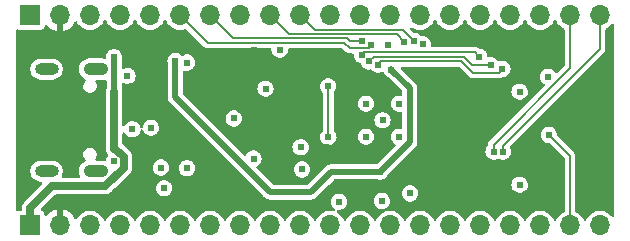
<source format=gbr>
%TF.GenerationSoftware,KiCad,Pcbnew,8.0.4-8.0.4-0~ubuntu24.04.1*%
%TF.CreationDate,2024-07-31T18:59:25-04:00*%
%TF.ProjectId,iceblink,69636562-6c69-46e6-9b2e-6b696361645f,rev?*%
%TF.SameCoordinates,Original*%
%TF.FileFunction,Copper,L3,Inr*%
%TF.FilePolarity,Positive*%
%FSLAX46Y46*%
G04 Gerber Fmt 4.6, Leading zero omitted, Abs format (unit mm)*
G04 Created by KiCad (PCBNEW 8.0.4-8.0.4-0~ubuntu24.04.1) date 2024-07-31 18:59:25*
%MOMM*%
%LPD*%
G01*
G04 APERTURE LIST*
%TA.AperFunction,ComponentPad*%
%ADD10O,2.100000X1.050000*%
%TD*%
%TA.AperFunction,ComponentPad*%
%ADD11O,2.000000X1.000000*%
%TD*%
%TA.AperFunction,ComponentPad*%
%ADD12R,1.700000X1.700000*%
%TD*%
%TA.AperFunction,ComponentPad*%
%ADD13O,1.700000X1.700000*%
%TD*%
%TA.AperFunction,ViaPad*%
%ADD14C,0.609600*%
%TD*%
%TA.AperFunction,Conductor*%
%ADD15C,0.635000*%
%TD*%
%TA.AperFunction,Conductor*%
%ADD16C,0.508000*%
%TD*%
%TA.AperFunction,Conductor*%
%ADD17C,0.152400*%
%TD*%
G04 APERTURE END LIST*
D10*
%TO.N,GND*%
%TO.C,J1*%
X133847000Y-107440000D03*
D11*
X129667000Y-107440000D03*
X129667000Y-116080000D03*
D10*
X133847000Y-116080000D03*
%TD*%
D12*
%TO.N,+5V*%
%TO.C,J2*%
X128270000Y-120650000D03*
D13*
%TO.N,+3V3*%
X130810000Y-120650000D03*
%TO.N,GND*%
X133350000Y-120650000D03*
%TO.N,/IOB_31b*%
X135890000Y-120650000D03*
%TO.N,/IOB_29b*%
X138430000Y-120650000D03*
%TO.N,/IOT_37a*%
X140970000Y-120650000D03*
%TO.N,/IOT_36b*%
X143510000Y-120650000D03*
%TO.N,GND*%
X146050000Y-120650000D03*
%TO.N,/IOT_39a*%
X148590000Y-120650000D03*
%TO.N,/IOT_38b*%
X151130000Y-120650000D03*
%TO.N,/IOT_41a*%
X153670000Y-120650000D03*
%TO.N,/IOT_42b*%
X156210000Y-120650000D03*
%TO.N,GND*%
X158750000Y-120650000D03*
%TO.N,/IOT_43a*%
X161290000Y-120650000D03*
%TO.N,/IOT_44b*%
X163830000Y-120650000D03*
%TO.N,/IOT_46b_G0*%
X166370000Y-120650000D03*
%TO.N,/RGB0*%
X168910000Y-120650000D03*
%TO.N,GND*%
X171450000Y-120650000D03*
%TO.N,/RGB1*%
X173990000Y-120650000D03*
%TO.N,/RGB2*%
X176530000Y-120650000D03*
%TD*%
D12*
%TO.N,+5V*%
%TO.C,J3*%
X128270000Y-102870000D03*
D13*
%TO.N,+3V3*%
X130810000Y-102870000D03*
%TO.N,GND*%
X133350000Y-102870000D03*
%TO.N,/IOB_20a*%
X135890000Y-102870000D03*
%TO.N,/IOB_18a*%
X138430000Y-102870000D03*
%TO.N,/IOB_13b*%
X140970000Y-102870000D03*
%TO.N,/IOB_8a*%
X143510000Y-102870000D03*
%TO.N,GND*%
X146050000Y-102870000D03*
%TO.N,/IOB_9b*%
X148590000Y-102870000D03*
%TO.N,/IOB_6a*%
X151130000Y-102870000D03*
%TO.N,/IOB_4a*%
X153670000Y-102870000D03*
%TO.N,/IOB_2a*%
X156210000Y-102870000D03*
%TO.N,GND*%
X158750000Y-102870000D03*
%TO.N,/IOB_0a*%
X161290000Y-102870000D03*
%TO.N,/IOB_5a*%
X163830000Y-102870000D03*
%TO.N,/IOB_3b_G6*%
X166370000Y-102870000D03*
%TO.N,/IOT_49a*%
X168910000Y-102870000D03*
%TO.N,GND*%
X171450000Y-102870000D03*
%TO.N,/IOT_45a_G1*%
X173990000Y-102870000D03*
%TO.N,/IOT_48b*%
X176530000Y-102870000D03*
%TD*%
D14*
%TO.N,+5V*%
X135382000Y-109347000D03*
X135382000Y-106426000D03*
X135382000Y-114160000D03*
%TO.N,GND*%
X172135800Y-108077000D03*
X169721000Y-109347000D03*
X136519500Y-108000800D03*
X158064200Y-118592600D03*
X154432000Y-118668800D03*
X148209000Y-109093000D03*
X138506200Y-112395000D03*
X151307800Y-115925600D03*
X151180800Y-114046000D03*
X139344400Y-115773200D03*
X147193000Y-115011200D03*
X160451800Y-117957600D03*
X149402800Y-105791000D03*
X158569476Y-105434900D03*
X136931400Y-112522000D03*
X169721000Y-117222800D03*
X141554200Y-115824000D03*
X139623800Y-117525800D03*
X158115000Y-111760000D03*
X145516600Y-111607600D03*
X159512000Y-110363000D03*
X159512000Y-113157000D03*
X135375500Y-115195500D03*
X141554200Y-106883200D03*
X156718000Y-110363000D03*
X156718000Y-113157000D03*
X161544000Y-105333800D03*
%TO.N,+1V2*%
X158873456Y-107482519D03*
X157900045Y-116133379D03*
X140583500Y-106750700D03*
%TO.N,+3V3*%
X150975000Y-106476800D03*
X161544000Y-107543600D03*
X147853400Y-113371000D03*
X151257000Y-116916200D03*
X171170600Y-117246400D03*
X159791400Y-116484400D03*
X153289000Y-114046000D03*
X141528800Y-114813000D03*
X165100000Y-109220000D03*
X151563458Y-110367745D03*
X144272000Y-111353600D03*
X164414200Y-116459000D03*
X147193000Y-105791000D03*
X174498000Y-109194600D03*
%TO.N,Net-(D5-A)*%
X157716576Y-107048866D03*
X168262300Y-107429300D03*
%TO.N,/RGB1*%
X172212000Y-113004600D03*
%TO.N,/IOT_48b*%
X168325803Y-114427000D03*
%TO.N,/IOT_45a_G1*%
X167513000Y-114427000D03*
%TO.N,/IOB_6a*%
X160781539Y-105053640D03*
%TO.N,/IOB_8a*%
X156405570Y-105053900D03*
%TO.N,/IOB_9b*%
X159971524Y-105114570D03*
%TO.N,/IOB_13b*%
X157176867Y-105409500D03*
%TO.N,Net-(U4-~{CRESET})*%
X167309800Y-107111800D03*
X156949014Y-106783001D03*
%TO.N,Net-(U4-IOB_16a)*%
X156361900Y-106222300D03*
X166319200Y-106400600D03*
%TO.N,Net-(U4-IOB_23b)*%
X153517600Y-108889800D03*
X153528594Y-113184084D03*
%TD*%
D15*
%TO.N,+5V*%
X136201000Y-114853566D02*
X136201000Y-115767000D01*
X135382000Y-114160000D02*
X135382000Y-109347000D01*
X135507434Y-114160000D02*
X136201000Y-114853566D01*
X136201000Y-115767000D02*
X134645400Y-117322600D01*
X135382000Y-114160000D02*
X135507434Y-114160000D01*
X130124200Y-117322600D02*
X128270000Y-119176800D01*
X128270000Y-119176800D02*
X128270000Y-120650000D01*
D16*
X135382000Y-109347000D02*
X135382000Y-106426000D01*
D15*
X134645400Y-117322600D02*
X130124200Y-117322600D01*
D16*
%TO.N,+1V2*%
X160401000Y-113639600D02*
X157907221Y-116133379D01*
X158873456Y-107482519D02*
X160401000Y-109010063D01*
X153741621Y-116133379D02*
X152019000Y-117856000D01*
X140583500Y-109824100D02*
X140583500Y-106750700D01*
X148615400Y-117856000D02*
X140583500Y-109824100D01*
X160401000Y-109010063D02*
X160401000Y-113639600D01*
X152019000Y-117856000D02*
X148615400Y-117856000D01*
X158873456Y-107482519D02*
X158851600Y-107460663D01*
X157907221Y-116133379D02*
X157900045Y-116133379D01*
X157900045Y-116133379D02*
X153741621Y-116133379D01*
D17*
%TO.N,Net-(D5-A)*%
X158009242Y-106756200D02*
X157716576Y-107048866D01*
X168262300Y-107438384D02*
X167953884Y-107746800D01*
X167953884Y-107746800D02*
X165785800Y-107746800D01*
X168262300Y-107429300D02*
X168262300Y-107438384D01*
X164795200Y-106756200D02*
X158009242Y-106756200D01*
X165785800Y-107746800D02*
X164795200Y-106756200D01*
%TO.N,/RGB1*%
X172212000Y-113004600D02*
X173990000Y-114782600D01*
X173990000Y-114782600D02*
X173990000Y-120650000D01*
%TO.N,/IOT_48b*%
X176530000Y-105740200D02*
X176530000Y-102870000D01*
X168325803Y-113944397D02*
X176530000Y-105740200D01*
X168325803Y-114427000D02*
X168325803Y-113944397D01*
%TO.N,/IOT_45a_G1*%
X173990000Y-107365800D02*
X173990000Y-102870000D01*
X167513000Y-113842800D02*
X173990000Y-107365800D01*
X167513000Y-114427000D02*
X167513000Y-113842800D01*
%TO.N,/IOB_6a*%
X159842499Y-104114600D02*
X152374600Y-104114600D01*
X152374600Y-104114600D02*
X151130000Y-102870000D01*
X160781539Y-105053640D02*
X159842499Y-104114600D01*
%TO.N,/IOB_8a*%
X155118800Y-104825800D02*
X145465800Y-104825800D01*
X156405570Y-105053900D02*
X155346900Y-105053900D01*
X155346900Y-105053900D02*
X155118800Y-104825800D01*
X145465800Y-104825800D02*
X143510000Y-102870000D01*
%TO.N,/IOB_9b*%
X159327154Y-104470200D02*
X150190200Y-104470200D01*
X150190200Y-104470200D02*
X148590000Y-102870000D01*
X159971524Y-105114570D02*
X159327154Y-104470200D01*
%TO.N,/IOB_13b*%
X154889200Y-105206800D02*
X143306800Y-105206800D01*
X143306800Y-105206800D02*
X140970000Y-102870000D01*
X155321000Y-105638600D02*
X154889200Y-105206800D01*
X156947767Y-105638600D02*
X155321000Y-105638600D01*
X157176867Y-105409500D02*
X156947767Y-105638600D01*
%TO.N,Net-(U4-~{CRESET})*%
X164985016Y-106375200D02*
X157356815Y-106375200D01*
X167309800Y-107111800D02*
X165721616Y-107111800D01*
X165721616Y-107111800D02*
X164985016Y-106375200D01*
X157356815Y-106375200D02*
X156949014Y-106783001D01*
%TO.N,Net-(U4-IOB_16a)*%
X156564600Y-106019600D02*
X156361900Y-106222300D01*
X165938200Y-106019600D02*
X156564600Y-106019600D01*
X166319200Y-106400600D02*
X165938200Y-106019600D01*
%TO.N,Net-(U4-IOB_23b)*%
X153517600Y-113173090D02*
X153528594Y-113184084D01*
X153517600Y-108889800D02*
X153517600Y-113173090D01*
%TD*%
%TA.AperFunction,Conductor*%
%TO.N,+3V3*%
G36*
X172788960Y-103253141D02*
G01*
X172834194Y-103305343D01*
X172864344Y-103370000D01*
X172919416Y-103488102D01*
X173043006Y-103664608D01*
X173043013Y-103664617D01*
X173195383Y-103816987D01*
X173371898Y-103940584D01*
X173459550Y-103981457D01*
X173512835Y-104028373D01*
X173532300Y-104095651D01*
X173532300Y-107124022D01*
X173512298Y-107192143D01*
X173495395Y-107213118D01*
X172938510Y-107770002D01*
X172876198Y-107804027D01*
X172805382Y-107798962D01*
X172748547Y-107756415D01*
X172745719Y-107752482D01*
X172653276Y-107618556D01*
X172653274Y-107618554D01*
X172528526Y-107508038D01*
X172380953Y-107430585D01*
X172380951Y-107430584D01*
X172219133Y-107390700D01*
X172219132Y-107390700D01*
X172052468Y-107390700D01*
X172052466Y-107390700D01*
X171890648Y-107430584D01*
X171890646Y-107430585D01*
X171743073Y-107508038D01*
X171618325Y-107618554D01*
X171618323Y-107618557D01*
X171523649Y-107755714D01*
X171464546Y-107911553D01*
X171444459Y-108076996D01*
X171444459Y-108077003D01*
X171464546Y-108242446D01*
X171523649Y-108398285D01*
X171570739Y-108466505D01*
X171618324Y-108535444D01*
X171743074Y-108645962D01*
X171771155Y-108660700D01*
X171800965Y-108676346D01*
X171851987Y-108725715D01*
X171868219Y-108794831D01*
X171844507Y-108861751D01*
X171831504Y-108877008D01*
X167146754Y-113561758D01*
X167146746Y-113561768D01*
X167086493Y-113666129D01*
X167076830Y-113702193D01*
X167063205Y-113753045D01*
X167055831Y-113780564D01*
X167055826Y-113780582D01*
X167055300Y-113782543D01*
X167055300Y-113858891D01*
X167035298Y-113927012D01*
X167012855Y-113953202D01*
X166995523Y-113968557D01*
X166900849Y-114105714D01*
X166841746Y-114261553D01*
X166821659Y-114426996D01*
X166821659Y-114427003D01*
X166841746Y-114592446D01*
X166900849Y-114748285D01*
X166968126Y-114845751D01*
X166995524Y-114885444D01*
X167120274Y-114995962D01*
X167267847Y-115073415D01*
X167429668Y-115113300D01*
X167429671Y-115113300D01*
X167596329Y-115113300D01*
X167596332Y-115113300D01*
X167758153Y-115073415D01*
X167860846Y-115019516D01*
X167930458Y-115005570D01*
X167977956Y-115019517D01*
X167998031Y-115030053D01*
X168080650Y-115073415D01*
X168242471Y-115113300D01*
X168242474Y-115113300D01*
X168409132Y-115113300D01*
X168409135Y-115113300D01*
X168570956Y-115073415D01*
X168718529Y-114995962D01*
X168843279Y-114885444D01*
X168937955Y-114748282D01*
X168997055Y-114592449D01*
X168997055Y-114592448D01*
X168997056Y-114592446D01*
X169017144Y-114427003D01*
X169017144Y-114426996D01*
X168997056Y-114261553D01*
X168937955Y-114105719D01*
X168937955Y-114105718D01*
X168937952Y-114105714D01*
X168937609Y-114105060D01*
X168937501Y-114104523D01*
X168935252Y-114098592D01*
X168936238Y-114098218D01*
X168923660Y-114035447D01*
X168949560Y-113969344D01*
X168960071Y-113957413D01*
X176896251Y-106021234D01*
X176956508Y-105916865D01*
X176987700Y-105800457D01*
X176987700Y-105679942D01*
X176987700Y-104095651D01*
X177007702Y-104027530D01*
X177060449Y-103981457D01*
X177148102Y-103940584D01*
X177324617Y-103816987D01*
X177476987Y-103664617D01*
X177482023Y-103657424D01*
X177495287Y-103638483D01*
X177550744Y-103594154D01*
X177621363Y-103586845D01*
X177684724Y-103618875D01*
X177720709Y-103680077D01*
X177724500Y-103710753D01*
X177724500Y-119809246D01*
X177704498Y-119877367D01*
X177650842Y-119923860D01*
X177580568Y-119933964D01*
X177515988Y-119904470D01*
X177495288Y-119881518D01*
X177476992Y-119855389D01*
X177476984Y-119855380D01*
X177324619Y-119703015D01*
X177324613Y-119703010D01*
X177148102Y-119579416D01*
X176997593Y-119509232D01*
X176952807Y-119488348D01*
X176952805Y-119488347D01*
X176952804Y-119488347D01*
X176744668Y-119432577D01*
X176530000Y-119413796D01*
X176315331Y-119432577D01*
X176107195Y-119488347D01*
X176107190Y-119488349D01*
X175911897Y-119579416D01*
X175735386Y-119703010D01*
X175735380Y-119703015D01*
X175583015Y-119855380D01*
X175583010Y-119855386D01*
X175459416Y-120031897D01*
X175374195Y-120214654D01*
X175327277Y-120267939D01*
X175259000Y-120287400D01*
X175191040Y-120266858D01*
X175145805Y-120214654D01*
X175074408Y-120061544D01*
X175060584Y-120031898D01*
X174936987Y-119855383D01*
X174784617Y-119703013D01*
X174784613Y-119703010D01*
X174784608Y-119703006D01*
X174608102Y-119579416D01*
X174608094Y-119579412D01*
X174520449Y-119538541D01*
X174467164Y-119491624D01*
X174447700Y-119424347D01*
X174447700Y-114722343D01*
X174447699Y-114722339D01*
X174416508Y-114605935D01*
X174416507Y-114605932D01*
X174356253Y-114501569D01*
X174356249Y-114501564D01*
X174345785Y-114491100D01*
X174271034Y-114416349D01*
X172940175Y-113085490D01*
X172906149Y-113023178D01*
X172904189Y-113011582D01*
X172883253Y-112839153D01*
X172840203Y-112725641D01*
X172824152Y-112683318D01*
X172824150Y-112683316D01*
X172824150Y-112683314D01*
X172758385Y-112588038D01*
X172729476Y-112546156D01*
X172702209Y-112522000D01*
X172604726Y-112435638D01*
X172457153Y-112358185D01*
X172457151Y-112358184D01*
X172295333Y-112318300D01*
X172295332Y-112318300D01*
X172128668Y-112318300D01*
X172128666Y-112318300D01*
X171966848Y-112358184D01*
X171966846Y-112358185D01*
X171819273Y-112435638D01*
X171694525Y-112546154D01*
X171694523Y-112546157D01*
X171599849Y-112683314D01*
X171540746Y-112839153D01*
X171520659Y-113004596D01*
X171520659Y-113004603D01*
X171540746Y-113170046D01*
X171599849Y-113325885D01*
X171650721Y-113399585D01*
X171694524Y-113463044D01*
X171819274Y-113573562D01*
X171966847Y-113651015D01*
X172128668Y-113690900D01*
X172198824Y-113690900D01*
X172266945Y-113710902D01*
X172287919Y-113727805D01*
X173495395Y-114935280D01*
X173529420Y-114997592D01*
X173532300Y-115024375D01*
X173532300Y-119424347D01*
X173512298Y-119492468D01*
X173459551Y-119538541D01*
X173371905Y-119579412D01*
X173371897Y-119579416D01*
X173195391Y-119703006D01*
X173195380Y-119703015D01*
X173043015Y-119855380D01*
X173043010Y-119855386D01*
X172919416Y-120031897D01*
X172834195Y-120214654D01*
X172787277Y-120267939D01*
X172719000Y-120287400D01*
X172651040Y-120266858D01*
X172605805Y-120214654D01*
X172534408Y-120061544D01*
X172520584Y-120031898D01*
X172396987Y-119855383D01*
X172244617Y-119703013D01*
X172068102Y-119579416D01*
X171872807Y-119488348D01*
X171872805Y-119488347D01*
X171872804Y-119488347D01*
X171664668Y-119432577D01*
X171450000Y-119413796D01*
X171235331Y-119432577D01*
X171027195Y-119488347D01*
X171027190Y-119488349D01*
X170831897Y-119579416D01*
X170655386Y-119703010D01*
X170655380Y-119703015D01*
X170503015Y-119855380D01*
X170503010Y-119855386D01*
X170379416Y-120031897D01*
X170294195Y-120214654D01*
X170247277Y-120267939D01*
X170179000Y-120287400D01*
X170111040Y-120266858D01*
X170065805Y-120214654D01*
X169994408Y-120061544D01*
X169980584Y-120031898D01*
X169856987Y-119855383D01*
X169704617Y-119703013D01*
X169528102Y-119579416D01*
X169332807Y-119488348D01*
X169332805Y-119488347D01*
X169332804Y-119488347D01*
X169124668Y-119432577D01*
X168910000Y-119413796D01*
X168695331Y-119432577D01*
X168487195Y-119488347D01*
X168487190Y-119488349D01*
X168291897Y-119579416D01*
X168115386Y-119703010D01*
X168115380Y-119703015D01*
X167963015Y-119855380D01*
X167963010Y-119855386D01*
X167839416Y-120031897D01*
X167754195Y-120214654D01*
X167707277Y-120267939D01*
X167639000Y-120287400D01*
X167571040Y-120266858D01*
X167525805Y-120214654D01*
X167454408Y-120061544D01*
X167440584Y-120031898D01*
X167316987Y-119855383D01*
X167164617Y-119703013D01*
X166988102Y-119579416D01*
X166792807Y-119488348D01*
X166792805Y-119488347D01*
X166792804Y-119488347D01*
X166584668Y-119432577D01*
X166370000Y-119413796D01*
X166155331Y-119432577D01*
X165947195Y-119488347D01*
X165947190Y-119488349D01*
X165751897Y-119579416D01*
X165575386Y-119703010D01*
X165575380Y-119703015D01*
X165423015Y-119855380D01*
X165423010Y-119855386D01*
X165299416Y-120031897D01*
X165214195Y-120214654D01*
X165167277Y-120267939D01*
X165099000Y-120287400D01*
X165031040Y-120266858D01*
X164985805Y-120214654D01*
X164914408Y-120061544D01*
X164900584Y-120031898D01*
X164776987Y-119855383D01*
X164624617Y-119703013D01*
X164448102Y-119579416D01*
X164252807Y-119488348D01*
X164252805Y-119488347D01*
X164252804Y-119488347D01*
X164044668Y-119432577D01*
X163830000Y-119413796D01*
X163615331Y-119432577D01*
X163407195Y-119488347D01*
X163407190Y-119488349D01*
X163211897Y-119579416D01*
X163035386Y-119703010D01*
X163035380Y-119703015D01*
X162883015Y-119855380D01*
X162883010Y-119855386D01*
X162759416Y-120031897D01*
X162674195Y-120214654D01*
X162627277Y-120267939D01*
X162559000Y-120287400D01*
X162491040Y-120266858D01*
X162445805Y-120214654D01*
X162374408Y-120061544D01*
X162360584Y-120031898D01*
X162236987Y-119855383D01*
X162084617Y-119703013D01*
X161908102Y-119579416D01*
X161712807Y-119488348D01*
X161712805Y-119488347D01*
X161712804Y-119488347D01*
X161504668Y-119432577D01*
X161290000Y-119413796D01*
X161075331Y-119432577D01*
X160867195Y-119488347D01*
X160867190Y-119488349D01*
X160671897Y-119579416D01*
X160495386Y-119703010D01*
X160495380Y-119703015D01*
X160343015Y-119855380D01*
X160343010Y-119855386D01*
X160219416Y-120031897D01*
X160134195Y-120214654D01*
X160087277Y-120267939D01*
X160019000Y-120287400D01*
X159951040Y-120266858D01*
X159905805Y-120214654D01*
X159834408Y-120061544D01*
X159820584Y-120031898D01*
X159696987Y-119855383D01*
X159544617Y-119703013D01*
X159368102Y-119579416D01*
X159172807Y-119488348D01*
X159172805Y-119488347D01*
X159172804Y-119488347D01*
X158964668Y-119432577D01*
X158750000Y-119413796D01*
X158535331Y-119432577D01*
X158414488Y-119464957D01*
X158347428Y-119463360D01*
X158322055Y-119490168D01*
X158311906Y-119495475D01*
X158131899Y-119579414D01*
X157955386Y-119703010D01*
X157955380Y-119703015D01*
X157803015Y-119855380D01*
X157803010Y-119855386D01*
X157679416Y-120031897D01*
X157594195Y-120214654D01*
X157547277Y-120267939D01*
X157479000Y-120287400D01*
X157411040Y-120266858D01*
X157365805Y-120214654D01*
X157294408Y-120061544D01*
X157280584Y-120031898D01*
X157156987Y-119855383D01*
X157004617Y-119703013D01*
X156828102Y-119579416D01*
X156632807Y-119488348D01*
X156632805Y-119488347D01*
X156632804Y-119488347D01*
X156424668Y-119432577D01*
X156210000Y-119413796D01*
X155995331Y-119432577D01*
X155787195Y-119488347D01*
X155787190Y-119488349D01*
X155591897Y-119579416D01*
X155415386Y-119703010D01*
X155415380Y-119703015D01*
X155263015Y-119855380D01*
X155263010Y-119855386D01*
X155139416Y-120031897D01*
X155054195Y-120214654D01*
X155007277Y-120267939D01*
X154939000Y-120287400D01*
X154871040Y-120266858D01*
X154825805Y-120214654D01*
X154754408Y-120061544D01*
X154740584Y-120031898D01*
X154616987Y-119855383D01*
X154464617Y-119703013D01*
X154295096Y-119584313D01*
X154250768Y-119528856D01*
X154243459Y-119458237D01*
X154275490Y-119394876D01*
X154336691Y-119358891D01*
X154367367Y-119355100D01*
X154515329Y-119355100D01*
X154515332Y-119355100D01*
X154677153Y-119315215D01*
X154824726Y-119237762D01*
X154949476Y-119127244D01*
X155044152Y-118990082D01*
X155103252Y-118834249D01*
X155103252Y-118834248D01*
X155103253Y-118834246D01*
X155123341Y-118668803D01*
X155123341Y-118668796D01*
X155114089Y-118592596D01*
X157372859Y-118592596D01*
X157372859Y-118592603D01*
X157392946Y-118758046D01*
X157452049Y-118913885D01*
X157492791Y-118972909D01*
X157546724Y-119051044D01*
X157671474Y-119161562D01*
X157819047Y-119239015D01*
X157980868Y-119278900D01*
X157980871Y-119278900D01*
X158147529Y-119278900D01*
X158147532Y-119278900D01*
X158228501Y-119258943D01*
X158292573Y-119261758D01*
X158316299Y-119235661D01*
X158323311Y-119231688D01*
X158456926Y-119161562D01*
X158581676Y-119051044D01*
X158676352Y-118913882D01*
X158735452Y-118758049D01*
X158735452Y-118758048D01*
X158735453Y-118758046D01*
X158755541Y-118592603D01*
X158755541Y-118592596D01*
X158735453Y-118427153D01*
X158705249Y-118347514D01*
X158676352Y-118271318D01*
X158676350Y-118271316D01*
X158676350Y-118271314D01*
X158607946Y-118172215D01*
X158581676Y-118134156D01*
X158569135Y-118123046D01*
X158456926Y-118023638D01*
X158331095Y-117957596D01*
X159760459Y-117957596D01*
X159760459Y-117957603D01*
X159780546Y-118123046D01*
X159839649Y-118278885D01*
X159934323Y-118416042D01*
X159934325Y-118416045D01*
X159991927Y-118467075D01*
X160059074Y-118526562D01*
X160206647Y-118604015D01*
X160368468Y-118643900D01*
X160368471Y-118643900D01*
X160535129Y-118643900D01*
X160535132Y-118643900D01*
X160696953Y-118604015D01*
X160844526Y-118526562D01*
X160969276Y-118416044D01*
X161063952Y-118278882D01*
X161123052Y-118123049D01*
X161123052Y-118123048D01*
X161123053Y-118123046D01*
X161143141Y-117957603D01*
X161143141Y-117957596D01*
X161123053Y-117792153D01*
X161091385Y-117708653D01*
X161063952Y-117636318D01*
X161063950Y-117636316D01*
X161063950Y-117636314D01*
X160987664Y-117525796D01*
X160969276Y-117499156D01*
X160844526Y-117388638D01*
X160696953Y-117311185D01*
X160696951Y-117311184D01*
X160535133Y-117271300D01*
X160535132Y-117271300D01*
X160368468Y-117271300D01*
X160368466Y-117271300D01*
X160206648Y-117311184D01*
X160206646Y-117311185D01*
X160059073Y-117388638D01*
X159934325Y-117499154D01*
X159934323Y-117499157D01*
X159839649Y-117636314D01*
X159780546Y-117792153D01*
X159760459Y-117957596D01*
X158331095Y-117957596D01*
X158309353Y-117946185D01*
X158309351Y-117946184D01*
X158147533Y-117906300D01*
X158147532Y-117906300D01*
X157980868Y-117906300D01*
X157980866Y-117906300D01*
X157819048Y-117946184D01*
X157819046Y-117946185D01*
X157671473Y-118023638D01*
X157546725Y-118134154D01*
X157546723Y-118134157D01*
X157452049Y-118271314D01*
X157392946Y-118427153D01*
X157372859Y-118592596D01*
X155114089Y-118592596D01*
X155103253Y-118503353D01*
X155070141Y-118416045D01*
X155044152Y-118347518D01*
X155044150Y-118347516D01*
X155044150Y-118347514D01*
X154991552Y-118271314D01*
X154949476Y-118210356D01*
X154906423Y-118172215D01*
X154824726Y-118099838D01*
X154677153Y-118022385D01*
X154677151Y-118022384D01*
X154515333Y-117982500D01*
X154515332Y-117982500D01*
X154348668Y-117982500D01*
X154348666Y-117982500D01*
X154186848Y-118022384D01*
X154186846Y-118022385D01*
X154039273Y-118099838D01*
X153914525Y-118210354D01*
X153914523Y-118210357D01*
X153819849Y-118347514D01*
X153760746Y-118503353D01*
X153740659Y-118668796D01*
X153740659Y-118668803D01*
X153760746Y-118834246D01*
X153819849Y-118990085D01*
X153914523Y-119127242D01*
X153914525Y-119127245D01*
X154021629Y-119222130D01*
X154059355Y-119282274D01*
X154058575Y-119353267D01*
X154019538Y-119412568D01*
X153954637Y-119441350D01*
X153905466Y-119438150D01*
X153884670Y-119432578D01*
X153884668Y-119432577D01*
X153884665Y-119432577D01*
X153670000Y-119413796D01*
X153455331Y-119432577D01*
X153247195Y-119488347D01*
X153247190Y-119488349D01*
X153051897Y-119579416D01*
X152875386Y-119703010D01*
X152875380Y-119703015D01*
X152723015Y-119855380D01*
X152723010Y-119855386D01*
X152599416Y-120031897D01*
X152514195Y-120214654D01*
X152467277Y-120267939D01*
X152399000Y-120287400D01*
X152331040Y-120266858D01*
X152285805Y-120214654D01*
X152214408Y-120061544D01*
X152200584Y-120031898D01*
X152076987Y-119855383D01*
X151924617Y-119703013D01*
X151748102Y-119579416D01*
X151552807Y-119488348D01*
X151552805Y-119488347D01*
X151552804Y-119488347D01*
X151344668Y-119432577D01*
X151130000Y-119413796D01*
X150915331Y-119432577D01*
X150707195Y-119488347D01*
X150707190Y-119488349D01*
X150511897Y-119579416D01*
X150335386Y-119703010D01*
X150335380Y-119703015D01*
X150183015Y-119855380D01*
X150183010Y-119855386D01*
X150059416Y-120031897D01*
X149974195Y-120214654D01*
X149927277Y-120267939D01*
X149859000Y-120287400D01*
X149791040Y-120266858D01*
X149745805Y-120214654D01*
X149674408Y-120061544D01*
X149660584Y-120031898D01*
X149536987Y-119855383D01*
X149384617Y-119703013D01*
X149208102Y-119579416D01*
X149012807Y-119488348D01*
X149012805Y-119488347D01*
X149012804Y-119488347D01*
X148804668Y-119432577D01*
X148590000Y-119413796D01*
X148375331Y-119432577D01*
X148167195Y-119488347D01*
X148167190Y-119488349D01*
X147971897Y-119579416D01*
X147795386Y-119703010D01*
X147795380Y-119703015D01*
X147643015Y-119855380D01*
X147643010Y-119855386D01*
X147519416Y-120031897D01*
X147434195Y-120214654D01*
X147387277Y-120267939D01*
X147319000Y-120287400D01*
X147251040Y-120266858D01*
X147205805Y-120214654D01*
X147134408Y-120061544D01*
X147120584Y-120031898D01*
X146996987Y-119855383D01*
X146844617Y-119703013D01*
X146668102Y-119579416D01*
X146472807Y-119488348D01*
X146472805Y-119488347D01*
X146472804Y-119488347D01*
X146264668Y-119432577D01*
X146050000Y-119413796D01*
X145835331Y-119432577D01*
X145627195Y-119488347D01*
X145627190Y-119488349D01*
X145431897Y-119579416D01*
X145255386Y-119703010D01*
X145255380Y-119703015D01*
X145103015Y-119855380D01*
X145103010Y-119855386D01*
X144979416Y-120031897D01*
X144894195Y-120214654D01*
X144847277Y-120267939D01*
X144779000Y-120287400D01*
X144711040Y-120266858D01*
X144665805Y-120214654D01*
X144594408Y-120061544D01*
X144580584Y-120031898D01*
X144456987Y-119855383D01*
X144304617Y-119703013D01*
X144128102Y-119579416D01*
X143932807Y-119488348D01*
X143932805Y-119488347D01*
X143932804Y-119488347D01*
X143724668Y-119432577D01*
X143510000Y-119413796D01*
X143295331Y-119432577D01*
X143087195Y-119488347D01*
X143087190Y-119488349D01*
X142891897Y-119579416D01*
X142715386Y-119703010D01*
X142715380Y-119703015D01*
X142563015Y-119855380D01*
X142563010Y-119855386D01*
X142439416Y-120031897D01*
X142354195Y-120214654D01*
X142307277Y-120267939D01*
X142239000Y-120287400D01*
X142171040Y-120266858D01*
X142125805Y-120214654D01*
X142054408Y-120061544D01*
X142040584Y-120031898D01*
X141916987Y-119855383D01*
X141764617Y-119703013D01*
X141588102Y-119579416D01*
X141392807Y-119488348D01*
X141392805Y-119488347D01*
X141392804Y-119488347D01*
X141184668Y-119432577D01*
X140970000Y-119413796D01*
X140755331Y-119432577D01*
X140547195Y-119488347D01*
X140547190Y-119488349D01*
X140351897Y-119579416D01*
X140175386Y-119703010D01*
X140175380Y-119703015D01*
X140023015Y-119855380D01*
X140023010Y-119855386D01*
X139899416Y-120031897D01*
X139814195Y-120214654D01*
X139767277Y-120267939D01*
X139699000Y-120287400D01*
X139631040Y-120266858D01*
X139585805Y-120214654D01*
X139514408Y-120061544D01*
X139500584Y-120031898D01*
X139376987Y-119855383D01*
X139224617Y-119703013D01*
X139048102Y-119579416D01*
X138852807Y-119488348D01*
X138852805Y-119488347D01*
X138852804Y-119488347D01*
X138644668Y-119432577D01*
X138430000Y-119413796D01*
X138215331Y-119432577D01*
X138007195Y-119488347D01*
X138007190Y-119488349D01*
X137811897Y-119579416D01*
X137635386Y-119703010D01*
X137635380Y-119703015D01*
X137483015Y-119855380D01*
X137483010Y-119855386D01*
X137359416Y-120031897D01*
X137274195Y-120214654D01*
X137227277Y-120267939D01*
X137159000Y-120287400D01*
X137091040Y-120266858D01*
X137045805Y-120214654D01*
X136974408Y-120061544D01*
X136960584Y-120031898D01*
X136836987Y-119855383D01*
X136684617Y-119703013D01*
X136508102Y-119579416D01*
X136312807Y-119488348D01*
X136312805Y-119488347D01*
X136312804Y-119488347D01*
X136104668Y-119432577D01*
X135890000Y-119413796D01*
X135675331Y-119432577D01*
X135467195Y-119488347D01*
X135467190Y-119488349D01*
X135271897Y-119579416D01*
X135095386Y-119703010D01*
X135095380Y-119703015D01*
X134943015Y-119855380D01*
X134943010Y-119855386D01*
X134819416Y-120031897D01*
X134734195Y-120214654D01*
X134687277Y-120267939D01*
X134619000Y-120287400D01*
X134551040Y-120266858D01*
X134505805Y-120214654D01*
X134434408Y-120061544D01*
X134420584Y-120031898D01*
X134296987Y-119855383D01*
X134144617Y-119703013D01*
X133968102Y-119579416D01*
X133772807Y-119488348D01*
X133772805Y-119488347D01*
X133772804Y-119488347D01*
X133564668Y-119432577D01*
X133350000Y-119413796D01*
X133135331Y-119432577D01*
X132927195Y-119488347D01*
X132927190Y-119488349D01*
X132731897Y-119579416D01*
X132555386Y-119703010D01*
X132555380Y-119703015D01*
X132403015Y-119855380D01*
X132403010Y-119855386D01*
X132279414Y-120031900D01*
X132264359Y-120064184D01*
X132217441Y-120117468D01*
X132149163Y-120136927D01*
X132081204Y-120116383D01*
X132035139Y-120062359D01*
X132034778Y-120061544D01*
X132008417Y-120001448D01*
X131885325Y-119813041D01*
X131732902Y-119647465D01*
X131555301Y-119509232D01*
X131555300Y-119509231D01*
X131357371Y-119402117D01*
X131357369Y-119402116D01*
X131144512Y-119329043D01*
X131144501Y-119329040D01*
X131064000Y-119315606D01*
X131064000Y-120219297D01*
X131002993Y-120184075D01*
X130875826Y-120150000D01*
X130744174Y-120150000D01*
X130617007Y-120184075D01*
X130556000Y-120219297D01*
X130556000Y-119315607D01*
X130555999Y-119315606D01*
X130475498Y-119329040D01*
X130475487Y-119329043D01*
X130262630Y-119402116D01*
X130262628Y-119402117D01*
X130064699Y-119509231D01*
X130064698Y-119509232D01*
X129887097Y-119647465D01*
X129734673Y-119813042D01*
X129732034Y-119817083D01*
X129678029Y-119863169D01*
X129607681Y-119872743D01*
X129543324Y-119842763D01*
X129505392Y-119782749D01*
X129501869Y-119766329D01*
X129501500Y-119763794D01*
X129490696Y-119689639D01*
X129434776Y-119575254D01*
X129434775Y-119575252D01*
X129344747Y-119485224D01*
X129344745Y-119485223D01*
X129238231Y-119433151D01*
X129185817Y-119385263D01*
X129167614Y-119316640D01*
X129189401Y-119249069D01*
X129204464Y-119230870D01*
X130376833Y-118058502D01*
X130439143Y-118024479D01*
X130465926Y-118021600D01*
X134714245Y-118021600D01*
X134714246Y-118021600D01*
X134849291Y-117994738D01*
X134976501Y-117942046D01*
X135090986Y-117865549D01*
X135188349Y-117768186D01*
X135247874Y-117708661D01*
X135247876Y-117708657D01*
X135430737Y-117525796D01*
X138932459Y-117525796D01*
X138932459Y-117525803D01*
X138952546Y-117691246D01*
X139011649Y-117847085D01*
X139077196Y-117942045D01*
X139105120Y-117982500D01*
X139106323Y-117984242D01*
X139106325Y-117984245D01*
X139149375Y-118022384D01*
X139231074Y-118094762D01*
X139378647Y-118172215D01*
X139540468Y-118212100D01*
X139540471Y-118212100D01*
X139707129Y-118212100D01*
X139707132Y-118212100D01*
X139868953Y-118172215D01*
X140016526Y-118094762D01*
X140141276Y-117984244D01*
X140235952Y-117847082D01*
X140295052Y-117691249D01*
X140295052Y-117691248D01*
X140295053Y-117691246D01*
X140315141Y-117525803D01*
X140315141Y-117525796D01*
X140295053Y-117360353D01*
X140261279Y-117271300D01*
X140235952Y-117204518D01*
X140235950Y-117204516D01*
X140235950Y-117204514D01*
X140167558Y-117105432D01*
X140141276Y-117067356D01*
X140016526Y-116956838D01*
X139868953Y-116879385D01*
X139868951Y-116879384D01*
X139707133Y-116839500D01*
X139707132Y-116839500D01*
X139540468Y-116839500D01*
X139540466Y-116839500D01*
X139378648Y-116879384D01*
X139378646Y-116879385D01*
X139231073Y-116956838D01*
X139106325Y-117067354D01*
X139106323Y-117067357D01*
X139011649Y-117204514D01*
X138952546Y-117360353D01*
X138932459Y-117525796D01*
X135430737Y-117525796D01*
X136743949Y-116212587D01*
X136796874Y-116133379D01*
X136820446Y-116098101D01*
X136873138Y-115970891D01*
X136900000Y-115835845D01*
X136900000Y-115773196D01*
X138653059Y-115773196D01*
X138653059Y-115773203D01*
X138673146Y-115938646D01*
X138732249Y-116094485D01*
X138783880Y-116169284D01*
X138826924Y-116231644D01*
X138951674Y-116342162D01*
X139099247Y-116419615D01*
X139261068Y-116459500D01*
X139261071Y-116459500D01*
X139427729Y-116459500D01*
X139427732Y-116459500D01*
X139589553Y-116419615D01*
X139737126Y-116342162D01*
X139861876Y-116231644D01*
X139956552Y-116094482D01*
X140015652Y-115938649D01*
X140015652Y-115938648D01*
X140015653Y-115938646D01*
X140029574Y-115823996D01*
X140862859Y-115823996D01*
X140862859Y-115824003D01*
X140882946Y-115989446D01*
X140942049Y-116145285D01*
X140988505Y-116212587D01*
X141036724Y-116282444D01*
X141161474Y-116392962D01*
X141309047Y-116470415D01*
X141470868Y-116510300D01*
X141470871Y-116510300D01*
X141637529Y-116510300D01*
X141637532Y-116510300D01*
X141799353Y-116470415D01*
X141946926Y-116392962D01*
X142071676Y-116282444D01*
X142166352Y-116145282D01*
X142225452Y-115989449D01*
X142225452Y-115989448D01*
X142225453Y-115989446D01*
X142245541Y-115824003D01*
X142245541Y-115823996D01*
X142225453Y-115658553D01*
X142204884Y-115604318D01*
X142166352Y-115502718D01*
X142166350Y-115502716D01*
X142166350Y-115502714D01*
X142092204Y-115395296D01*
X142071676Y-115365556D01*
X141946926Y-115255038D01*
X141799353Y-115177585D01*
X141799351Y-115177584D01*
X141637533Y-115137700D01*
X141637532Y-115137700D01*
X141470868Y-115137700D01*
X141470866Y-115137700D01*
X141309048Y-115177584D01*
X141309046Y-115177585D01*
X141161473Y-115255038D01*
X141036725Y-115365554D01*
X141036723Y-115365557D01*
X140942049Y-115502714D01*
X140882946Y-115658553D01*
X140862859Y-115823996D01*
X140029574Y-115823996D01*
X140035741Y-115773203D01*
X140035741Y-115773196D01*
X140015653Y-115607753D01*
X139975599Y-115502140D01*
X139956552Y-115451918D01*
X139956550Y-115451916D01*
X139956550Y-115451914D01*
X139874111Y-115332482D01*
X139861876Y-115314756D01*
X139843893Y-115298825D01*
X139737126Y-115204238D01*
X139589553Y-115126785D01*
X139589551Y-115126784D01*
X139427733Y-115086900D01*
X139427732Y-115086900D01*
X139261068Y-115086900D01*
X139261066Y-115086900D01*
X139099248Y-115126784D01*
X139099246Y-115126785D01*
X138951673Y-115204238D01*
X138826925Y-115314754D01*
X138826923Y-115314757D01*
X138732249Y-115451914D01*
X138673146Y-115607753D01*
X138653059Y-115773196D01*
X136900000Y-115773196D01*
X136900000Y-114784721D01*
X136873138Y-114649675D01*
X136820446Y-114522465D01*
X136743949Y-114407980D01*
X136646586Y-114310617D01*
X136117905Y-113781936D01*
X136083879Y-113719624D01*
X136081000Y-113692841D01*
X136081000Y-112900540D01*
X136101002Y-112832419D01*
X136154658Y-112785926D01*
X136224932Y-112775822D01*
X136289512Y-112805316D01*
X136314727Y-112837141D01*
X136314918Y-112837010D01*
X136316912Y-112839899D01*
X136318572Y-112841994D01*
X136319249Y-112843285D01*
X136358770Y-112900540D01*
X136402547Y-112963962D01*
X136413923Y-112980442D01*
X136413925Y-112980445D01*
X136441186Y-113004596D01*
X136538674Y-113090962D01*
X136686247Y-113168415D01*
X136848068Y-113208300D01*
X136848071Y-113208300D01*
X137014729Y-113208300D01*
X137014732Y-113208300D01*
X137176553Y-113168415D01*
X137324126Y-113090962D01*
X137448876Y-112980444D01*
X137543552Y-112843282D01*
X137602652Y-112687449D01*
X137609050Y-112634754D01*
X137637116Y-112569544D01*
X137695984Y-112529856D01*
X137766963Y-112528296D01*
X137827519Y-112565357D01*
X137851943Y-112605262D01*
X137894049Y-112716285D01*
X137955504Y-112805316D01*
X137977380Y-112837010D01*
X137988723Y-112853442D01*
X137988725Y-112853445D01*
X137999287Y-112862802D01*
X138113474Y-112963962D01*
X138261047Y-113041415D01*
X138422868Y-113081300D01*
X138422871Y-113081300D01*
X138589529Y-113081300D01*
X138589532Y-113081300D01*
X138751353Y-113041415D01*
X138898926Y-112963962D01*
X139023676Y-112853444D01*
X139118352Y-112716282D01*
X139177452Y-112560449D01*
X139177452Y-112560448D01*
X139177453Y-112560446D01*
X139197541Y-112395003D01*
X139197541Y-112394996D01*
X139177453Y-112229553D01*
X139144801Y-112143459D01*
X139118352Y-112073718D01*
X139118350Y-112073716D01*
X139118350Y-112073714D01*
X139068705Y-112001792D01*
X139023676Y-111936556D01*
X139011135Y-111925446D01*
X138898926Y-111826038D01*
X138751353Y-111748585D01*
X138751351Y-111748584D01*
X138589533Y-111708700D01*
X138589532Y-111708700D01*
X138422868Y-111708700D01*
X138422866Y-111708700D01*
X138261048Y-111748584D01*
X138261046Y-111748585D01*
X138113473Y-111826038D01*
X137988725Y-111936554D01*
X137988723Y-111936557D01*
X137894049Y-112073714D01*
X137834946Y-112229553D01*
X137828549Y-112282244D01*
X137800482Y-112347457D01*
X137741613Y-112387143D01*
X137670634Y-112388703D01*
X137610079Y-112351640D01*
X137585656Y-112311737D01*
X137563765Y-112254015D01*
X137543552Y-112200718D01*
X137543550Y-112200716D01*
X137543550Y-112200714D01*
X137455890Y-112073718D01*
X137448876Y-112063556D01*
X137324126Y-111953038D01*
X137176553Y-111875585D01*
X137176551Y-111875584D01*
X137014733Y-111835700D01*
X137014732Y-111835700D01*
X136848068Y-111835700D01*
X136848066Y-111835700D01*
X136686248Y-111875584D01*
X136686246Y-111875585D01*
X136538673Y-111953038D01*
X136413925Y-112063554D01*
X136413923Y-112063557D01*
X136319246Y-112200719D01*
X136318569Y-112202010D01*
X136317823Y-112202780D01*
X136314918Y-112206990D01*
X136314218Y-112206506D01*
X136269203Y-112253035D01*
X136200087Y-112269269D01*
X136133167Y-112245560D01*
X136089687Y-112189435D01*
X136081000Y-112143459D01*
X136081000Y-109278156D01*
X136080999Y-109278152D01*
X136077080Y-109258449D01*
X136054138Y-109143109D01*
X136033384Y-109093003D01*
X136027091Y-109077809D01*
X136017500Y-109029592D01*
X136017500Y-108720840D01*
X136037502Y-108652719D01*
X136091158Y-108606226D01*
X136161432Y-108596122D01*
X136202053Y-108609272D01*
X136274347Y-108647215D01*
X136436168Y-108687100D01*
X136436171Y-108687100D01*
X136602829Y-108687100D01*
X136602832Y-108687100D01*
X136764653Y-108647215D01*
X136912226Y-108569762D01*
X137036976Y-108459244D01*
X137131652Y-108322082D01*
X137190752Y-108166249D01*
X137190752Y-108166248D01*
X137190753Y-108166246D01*
X137210841Y-108000803D01*
X137210841Y-108000796D01*
X137190753Y-107835353D01*
X137158603Y-107750582D01*
X137131652Y-107679518D01*
X137131650Y-107679516D01*
X137131650Y-107679514D01*
X137055711Y-107569499D01*
X137036976Y-107542356D01*
X137022594Y-107529615D01*
X136912226Y-107431838D01*
X136764653Y-107354385D01*
X136764651Y-107354384D01*
X136602833Y-107314500D01*
X136602832Y-107314500D01*
X136436168Y-107314500D01*
X136436166Y-107314500D01*
X136274348Y-107354384D01*
X136202055Y-107392327D01*
X136132441Y-107406273D01*
X136066339Y-107380369D01*
X136024735Y-107322840D01*
X136017500Y-107280759D01*
X136017500Y-106708809D01*
X136025688Y-106664128D01*
X136036102Y-106636670D01*
X136053252Y-106591449D01*
X136053252Y-106591448D01*
X136053253Y-106591446D01*
X136073341Y-106426003D01*
X136073341Y-106425996D01*
X136053253Y-106260553D01*
X135998545Y-106116302D01*
X135994152Y-106104718D01*
X135994150Y-106104716D01*
X135994150Y-106104714D01*
X135925217Y-106004849D01*
X135899476Y-105967556D01*
X135886935Y-105956446D01*
X135774726Y-105857038D01*
X135627153Y-105779585D01*
X135627151Y-105779584D01*
X135465333Y-105739700D01*
X135465332Y-105739700D01*
X135298668Y-105739700D01*
X135298666Y-105739700D01*
X135136848Y-105779584D01*
X135136846Y-105779585D01*
X134989273Y-105857038D01*
X134864525Y-105967554D01*
X134864523Y-105967557D01*
X134769849Y-106104714D01*
X134710746Y-106260553D01*
X134689740Y-106433565D01*
X134688367Y-106433398D01*
X134670657Y-106493715D01*
X134617001Y-106540208D01*
X134546727Y-106550312D01*
X134540078Y-106549173D01*
X134461287Y-106533500D01*
X134461282Y-106533500D01*
X133232718Y-106533500D01*
X133232715Y-106533500D01*
X133057583Y-106568336D01*
X133057578Y-106568338D01*
X132892611Y-106636670D01*
X132744140Y-106735875D01*
X132744134Y-106735880D01*
X132617880Y-106862134D01*
X132617875Y-106862140D01*
X132518670Y-107010611D01*
X132450338Y-107175578D01*
X132450336Y-107175583D01*
X132415500Y-107350715D01*
X132415500Y-107529284D01*
X132448519Y-107695280D01*
X132450336Y-107704416D01*
X132518670Y-107869389D01*
X132566493Y-107940961D01*
X132617875Y-108017859D01*
X132617880Y-108017865D01*
X132744134Y-108144119D01*
X132744140Y-108144124D01*
X132892611Y-108243330D01*
X132907318Y-108249421D01*
X132962597Y-108293970D01*
X132985018Y-108361333D01*
X132967460Y-108430124D01*
X132948194Y-108454925D01*
X132886487Y-108516632D01*
X132886482Y-108516638D01*
X132810721Y-108647860D01*
X132810718Y-108647867D01*
X132800206Y-108687099D01*
X132771500Y-108794234D01*
X132771500Y-108945766D01*
X132792922Y-109025714D01*
X132810718Y-109092132D01*
X132810721Y-109092139D01*
X132886482Y-109223361D01*
X132886490Y-109223371D01*
X132993628Y-109330509D01*
X132993633Y-109330513D01*
X132993635Y-109330515D01*
X132993636Y-109330516D01*
X132993638Y-109330517D01*
X133085877Y-109383771D01*
X133124865Y-109406281D01*
X133271234Y-109445500D01*
X133271236Y-109445500D01*
X133422764Y-109445500D01*
X133422766Y-109445500D01*
X133569135Y-109406281D01*
X133700365Y-109330515D01*
X133807515Y-109223365D01*
X133883281Y-109092135D01*
X133922500Y-108945766D01*
X133922500Y-108794234D01*
X133883281Y-108647865D01*
X133838188Y-108569762D01*
X133818407Y-108535500D01*
X133801669Y-108466505D01*
X133824890Y-108399413D01*
X133880697Y-108355526D01*
X133927526Y-108346500D01*
X134461281Y-108346500D01*
X134461282Y-108346500D01*
X134595919Y-108319719D01*
X134666632Y-108326047D01*
X134722700Y-108369601D01*
X134746319Y-108436554D01*
X134746500Y-108443298D01*
X134746500Y-109029592D01*
X134736909Y-109077809D01*
X134709865Y-109143099D01*
X134709862Y-109143108D01*
X134683000Y-109278152D01*
X134683000Y-114228847D01*
X134689506Y-114261553D01*
X134709862Y-114363891D01*
X134762554Y-114491101D01*
X134783511Y-114522465D01*
X134842490Y-114610733D01*
X134841278Y-114611542D01*
X134866177Y-114670173D01*
X134854192Y-114740151D01*
X134844719Y-114756330D01*
X134763349Y-114874214D01*
X134704247Y-115030053D01*
X134697890Y-115082404D01*
X134669822Y-115147617D01*
X134610953Y-115187303D01*
X134548228Y-115190794D01*
X134461287Y-115173500D01*
X134461282Y-115173500D01*
X133927526Y-115173500D01*
X133859405Y-115153498D01*
X133812912Y-115099842D01*
X133802808Y-115029568D01*
X133818407Y-114984500D01*
X133875596Y-114885445D01*
X133883281Y-114872135D01*
X133922500Y-114725766D01*
X133922500Y-114574234D01*
X133883281Y-114427865D01*
X133846348Y-114363896D01*
X133807517Y-114296638D01*
X133807509Y-114296628D01*
X133700371Y-114189490D01*
X133700361Y-114189482D01*
X133569139Y-114113721D01*
X133569136Y-114113720D01*
X133569135Y-114113719D01*
X133569133Y-114113718D01*
X133569132Y-114113718D01*
X133529911Y-114103209D01*
X133422766Y-114074500D01*
X133271234Y-114074500D01*
X133209080Y-114091154D01*
X133124867Y-114113718D01*
X133124860Y-114113721D01*
X132993638Y-114189482D01*
X132993628Y-114189490D01*
X132886490Y-114296628D01*
X132886482Y-114296638D01*
X132810721Y-114427860D01*
X132810718Y-114427867D01*
X132793775Y-114491100D01*
X132771500Y-114574234D01*
X132771500Y-114725766D01*
X132787296Y-114784718D01*
X132810718Y-114872132D01*
X132810721Y-114872139D01*
X132886482Y-115003361D01*
X132886490Y-115003371D01*
X132948193Y-115065074D01*
X132982219Y-115127386D01*
X132977154Y-115198201D01*
X132934607Y-115255037D01*
X132907321Y-115270576D01*
X132892612Y-115276669D01*
X132892611Y-115276669D01*
X132744140Y-115375875D01*
X132744134Y-115375880D01*
X132617880Y-115502134D01*
X132617875Y-115502140D01*
X132518670Y-115650611D01*
X132450338Y-115815578D01*
X132450336Y-115815583D01*
X132415500Y-115990715D01*
X132415500Y-116169284D01*
X132450336Y-116344416D01*
X132450338Y-116344421D01*
X132493814Y-116449382D01*
X132501403Y-116519972D01*
X132469624Y-116583459D01*
X132408565Y-116619686D01*
X132377405Y-116623600D01*
X131084534Y-116623600D01*
X131016413Y-116603598D01*
X130969920Y-116549942D01*
X130959816Y-116479668D01*
X130968125Y-116449382D01*
X130980455Y-116419615D01*
X131014624Y-116337124D01*
X131048500Y-116166820D01*
X131048500Y-115993180D01*
X131014624Y-115822876D01*
X130948175Y-115662453D01*
X130851706Y-115518077D01*
X130728923Y-115395294D01*
X130584547Y-115298825D01*
X130531060Y-115276670D01*
X130424127Y-115232377D01*
X130424124Y-115232376D01*
X130253823Y-115198500D01*
X130253820Y-115198500D01*
X129080180Y-115198500D01*
X129080176Y-115198500D01*
X128909875Y-115232376D01*
X128909872Y-115232377D01*
X128749452Y-115298825D01*
X128605081Y-115395291D01*
X128605074Y-115395296D01*
X128482296Y-115518074D01*
X128482291Y-115518081D01*
X128385825Y-115662452D01*
X128319377Y-115822872D01*
X128319376Y-115822875D01*
X128285500Y-115993176D01*
X128285500Y-116166823D01*
X128319376Y-116337124D01*
X128319377Y-116337127D01*
X128374586Y-116470414D01*
X128385825Y-116497547D01*
X128482294Y-116641923D01*
X128605077Y-116764706D01*
X128749453Y-116861175D01*
X128909876Y-116927624D01*
X129080180Y-116961500D01*
X129192574Y-116961500D01*
X129260695Y-116981502D01*
X129307188Y-117035158D01*
X129317292Y-117105432D01*
X129287798Y-117170012D01*
X129281669Y-117176595D01*
X128551965Y-117906300D01*
X127824414Y-118633851D01*
X127789469Y-118668796D01*
X127727050Y-118731214D01*
X127650554Y-118845699D01*
X127597864Y-118972903D01*
X127597862Y-118972908D01*
X127571000Y-119107952D01*
X127571000Y-119292500D01*
X127550998Y-119360621D01*
X127497342Y-119407114D01*
X127445000Y-119418500D01*
X127383792Y-119418500D01*
X127309638Y-119429304D01*
X127309636Y-119429305D01*
X127256839Y-119455116D01*
X127186855Y-119467065D01*
X127121521Y-119439281D01*
X127081579Y-119380585D01*
X127075500Y-119341919D01*
X127075500Y-107353176D01*
X128285500Y-107353176D01*
X128285500Y-107526823D01*
X128319376Y-107697124D01*
X128319377Y-107697127D01*
X128343646Y-107755718D01*
X128385825Y-107857547D01*
X128482294Y-108001923D01*
X128605077Y-108124706D01*
X128749453Y-108221175D01*
X128909876Y-108287624D01*
X129080180Y-108321500D01*
X130253820Y-108321500D01*
X130424124Y-108287624D01*
X130584547Y-108221175D01*
X130728923Y-108124706D01*
X130851706Y-108001923D01*
X130948175Y-107857547D01*
X131014624Y-107697124D01*
X131048500Y-107526820D01*
X131048500Y-107353180D01*
X131014624Y-107182876D01*
X130948175Y-107022453D01*
X130851706Y-106878077D01*
X130728923Y-106755294D01*
X130584547Y-106658825D01*
X130443870Y-106600555D01*
X130424127Y-106592377D01*
X130424124Y-106592376D01*
X130253823Y-106558500D01*
X130253820Y-106558500D01*
X129080180Y-106558500D01*
X129080176Y-106558500D01*
X128909875Y-106592376D01*
X128909872Y-106592377D01*
X128749452Y-106658825D01*
X128605081Y-106755291D01*
X128605074Y-106755296D01*
X128482296Y-106878074D01*
X128482291Y-106878081D01*
X128385825Y-107022452D01*
X128319377Y-107182872D01*
X128319376Y-107182875D01*
X128285500Y-107353176D01*
X127075500Y-107353176D01*
X127075500Y-104178080D01*
X127095502Y-104109959D01*
X127149158Y-104063466D01*
X127219432Y-104053362D01*
X127256835Y-104064881D01*
X127309639Y-104090696D01*
X127383794Y-104101500D01*
X127383800Y-104101500D01*
X129156200Y-104101500D01*
X129156206Y-104101500D01*
X129230361Y-104090696D01*
X129344746Y-104034776D01*
X129434776Y-103944746D01*
X129490696Y-103830361D01*
X129501500Y-103756206D01*
X129501500Y-103756202D01*
X129501869Y-103753670D01*
X129531483Y-103689144D01*
X129591281Y-103650873D01*
X129662278Y-103651006D01*
X129721932Y-103689501D01*
X129732038Y-103702922D01*
X129734675Y-103706958D01*
X129887097Y-103872534D01*
X130064698Y-104010767D01*
X130064699Y-104010768D01*
X130262628Y-104117882D01*
X130262630Y-104117883D01*
X130475483Y-104190955D01*
X130475492Y-104190957D01*
X130556000Y-104204391D01*
X130556000Y-103300702D01*
X130617007Y-103335925D01*
X130744174Y-103370000D01*
X130875826Y-103370000D01*
X131002993Y-103335925D01*
X131064000Y-103300702D01*
X131064000Y-104204390D01*
X131144507Y-104190957D01*
X131144516Y-104190955D01*
X131357369Y-104117883D01*
X131357371Y-104117882D01*
X131555300Y-104010768D01*
X131555301Y-104010767D01*
X131732902Y-103872534D01*
X131885325Y-103706958D01*
X132008417Y-103518551D01*
X132034778Y-103458455D01*
X132080459Y-103404107D01*
X132148271Y-103383082D01*
X132216685Y-103402058D01*
X132263979Y-103455008D01*
X132264360Y-103455816D01*
X132279415Y-103488101D01*
X132403010Y-103664613D01*
X132403013Y-103664617D01*
X132555383Y-103816987D01*
X132731898Y-103940584D01*
X132927193Y-104031652D01*
X133135335Y-104087423D01*
X133350000Y-104106204D01*
X133564665Y-104087423D01*
X133772807Y-104031652D01*
X133968102Y-103940584D01*
X134144617Y-103816987D01*
X134296987Y-103664617D01*
X134420584Y-103488102D01*
X134505805Y-103305344D01*
X134552722Y-103252060D01*
X134621000Y-103232599D01*
X134688960Y-103253141D01*
X134734194Y-103305343D01*
X134764344Y-103370000D01*
X134819416Y-103488102D01*
X134943006Y-103664608D01*
X134943013Y-103664617D01*
X135095383Y-103816987D01*
X135271898Y-103940584D01*
X135467193Y-104031652D01*
X135675335Y-104087423D01*
X135890000Y-104106204D01*
X136104665Y-104087423D01*
X136312807Y-104031652D01*
X136508102Y-103940584D01*
X136684617Y-103816987D01*
X136836987Y-103664617D01*
X136960584Y-103488102D01*
X137045805Y-103305344D01*
X137092722Y-103252060D01*
X137161000Y-103232599D01*
X137228960Y-103253141D01*
X137274194Y-103305343D01*
X137304344Y-103370000D01*
X137359416Y-103488102D01*
X137483006Y-103664608D01*
X137483013Y-103664617D01*
X137635383Y-103816987D01*
X137811898Y-103940584D01*
X138007193Y-104031652D01*
X138215335Y-104087423D01*
X138430000Y-104106204D01*
X138644665Y-104087423D01*
X138852807Y-104031652D01*
X139048102Y-103940584D01*
X139224617Y-103816987D01*
X139376987Y-103664617D01*
X139500584Y-103488102D01*
X139585805Y-103305344D01*
X139632722Y-103252060D01*
X139701000Y-103232599D01*
X139768960Y-103253141D01*
X139814194Y-103305343D01*
X139844344Y-103370000D01*
X139899416Y-103488102D01*
X140023006Y-103664608D01*
X140023013Y-103664617D01*
X140175383Y-103816987D01*
X140351898Y-103940584D01*
X140547193Y-104031652D01*
X140755335Y-104087423D01*
X140970000Y-104106204D01*
X141184665Y-104087423D01*
X141392807Y-104031652D01*
X141392815Y-104031648D01*
X141394749Y-104031130D01*
X141465726Y-104032820D01*
X141516456Y-104063742D01*
X143025758Y-105573045D01*
X143025763Y-105573049D01*
X143025765Y-105573051D01*
X143025766Y-105573052D01*
X143025768Y-105573053D01*
X143130130Y-105633306D01*
X143130131Y-105633306D01*
X143130134Y-105633308D01*
X143135427Y-105634726D01*
X143135432Y-105634729D01*
X143135433Y-105634728D01*
X143172470Y-105644652D01*
X143246543Y-105664500D01*
X148585459Y-105664500D01*
X148653580Y-105684502D01*
X148700073Y-105738158D01*
X148709937Y-105783507D01*
X148710540Y-105783434D01*
X148711320Y-105789864D01*
X148711459Y-105790500D01*
X148711459Y-105791002D01*
X148731546Y-105956446D01*
X148790649Y-106112285D01*
X148860500Y-106213481D01*
X148876585Y-106236784D01*
X148885323Y-106249442D01*
X148885325Y-106249445D01*
X148906639Y-106268327D01*
X149010074Y-106359962D01*
X149157647Y-106437415D01*
X149319468Y-106477300D01*
X149319471Y-106477300D01*
X149486129Y-106477300D01*
X149486132Y-106477300D01*
X149647953Y-106437415D01*
X149795526Y-106359962D01*
X149920276Y-106249444D01*
X150014952Y-106112282D01*
X150074052Y-105956449D01*
X150074052Y-105956448D01*
X150074053Y-105956446D01*
X150094141Y-105791002D01*
X150094141Y-105790500D01*
X150094245Y-105790145D01*
X150095060Y-105783434D01*
X150096175Y-105783569D01*
X150114143Y-105722379D01*
X150167799Y-105675886D01*
X150220141Y-105664500D01*
X154647424Y-105664500D01*
X154715545Y-105684502D01*
X154736519Y-105701405D01*
X155039965Y-106004851D01*
X155066378Y-106020100D01*
X155066379Y-106020101D01*
X155144332Y-106065107D01*
X155144335Y-106065108D01*
X155197351Y-106079314D01*
X155260743Y-106096300D01*
X155544559Y-106096300D01*
X155612680Y-106116302D01*
X155659173Y-106169958D01*
X155668932Y-106214820D01*
X155669640Y-106214735D01*
X155690646Y-106387746D01*
X155749749Y-106543585D01*
X155814002Y-106636670D01*
X155829294Y-106658825D01*
X155844423Y-106680742D01*
X155844425Y-106680745D01*
X155876103Y-106708809D01*
X155969174Y-106791262D01*
X156116747Y-106868715D01*
X156196798Y-106888445D01*
X156258153Y-106924168D01*
X156284457Y-106966103D01*
X156336863Y-107104286D01*
X156386077Y-107175584D01*
X156431538Y-107241445D01*
X156556288Y-107351963D01*
X156703861Y-107429416D01*
X156865682Y-107469301D01*
X156865685Y-107469301D01*
X157032345Y-107469301D01*
X157032346Y-107469301D01*
X157067987Y-107460516D01*
X157138915Y-107463633D01*
X157193431Y-107502152D01*
X157194048Y-107501607D01*
X157196371Y-107504230D01*
X157196898Y-107504602D01*
X157197897Y-107505952D01*
X157199099Y-107507309D01*
X157199100Y-107507310D01*
X157323850Y-107617828D01*
X157471423Y-107695281D01*
X157633244Y-107735166D01*
X157633247Y-107735166D01*
X157799905Y-107735166D01*
X157799908Y-107735166D01*
X157961729Y-107695281D01*
X158051316Y-107648261D01*
X158120927Y-107634315D01*
X158187030Y-107660218D01*
X158227682Y-107715148D01*
X158261305Y-107803804D01*
X158319246Y-107887745D01*
X158355980Y-107940963D01*
X158480730Y-108051481D01*
X158596243Y-108112107D01*
X158626783Y-108134579D01*
X159728595Y-109236391D01*
X159762621Y-109298703D01*
X159765500Y-109325486D01*
X159765500Y-109557815D01*
X159745498Y-109625936D01*
X159691842Y-109672429D01*
X159621568Y-109682533D01*
X159609348Y-109680154D01*
X159595337Y-109676701D01*
X159595335Y-109676700D01*
X159595332Y-109676700D01*
X159428668Y-109676700D01*
X159428666Y-109676700D01*
X159266848Y-109716584D01*
X159266846Y-109716585D01*
X159119273Y-109794038D01*
X158994525Y-109904554D01*
X158994523Y-109904557D01*
X158899849Y-110041714D01*
X158840746Y-110197553D01*
X158820659Y-110362996D01*
X158820659Y-110363003D01*
X158840746Y-110528446D01*
X158899849Y-110684285D01*
X158969700Y-110785481D01*
X158994524Y-110821444D01*
X159119274Y-110931962D01*
X159266847Y-111009415D01*
X159428668Y-111049300D01*
X159428671Y-111049300D01*
X159595329Y-111049300D01*
X159595332Y-111049300D01*
X159609345Y-111045846D01*
X159680271Y-111048963D01*
X159738255Y-111089931D01*
X159764884Y-111155744D01*
X159765500Y-111168184D01*
X159765500Y-112351815D01*
X159745498Y-112419936D01*
X159691842Y-112466429D01*
X159621568Y-112476533D01*
X159609348Y-112474154D01*
X159595337Y-112470701D01*
X159595335Y-112470700D01*
X159595332Y-112470700D01*
X159428668Y-112470700D01*
X159428666Y-112470700D01*
X159266848Y-112510584D01*
X159266846Y-112510585D01*
X159119273Y-112588038D01*
X158994525Y-112698554D01*
X158994523Y-112698557D01*
X158899849Y-112835714D01*
X158840746Y-112991553D01*
X158820659Y-113156996D01*
X158820659Y-113157003D01*
X158840746Y-113322446D01*
X158899849Y-113478285D01*
X158994523Y-113615442D01*
X158994525Y-113615445D01*
X159034676Y-113651015D01*
X159119274Y-113725962D01*
X159122786Y-113727805D01*
X159162182Y-113748482D01*
X159213204Y-113797851D01*
X159229436Y-113866967D01*
X159205724Y-113933887D01*
X159192721Y-113949144D01*
X157680892Y-115460974D01*
X157618580Y-115494999D01*
X157591797Y-115497879D01*
X153679027Y-115497879D01*
X153556251Y-115522301D01*
X153556246Y-115522303D01*
X153440598Y-115570206D01*
X153336517Y-115639751D01*
X153336510Y-115639756D01*
X151792672Y-117183595D01*
X151730360Y-117217621D01*
X151703577Y-117220500D01*
X148930823Y-117220500D01*
X148862702Y-117200498D01*
X148841728Y-117183595D01*
X147583729Y-115925596D01*
X150616459Y-115925596D01*
X150616459Y-115925603D01*
X150636546Y-116091046D01*
X150695649Y-116246885D01*
X150790323Y-116384042D01*
X150790325Y-116384045D01*
X150830476Y-116419615D01*
X150915074Y-116494562D01*
X151062647Y-116572015D01*
X151224468Y-116611900D01*
X151224471Y-116611900D01*
X151391129Y-116611900D01*
X151391132Y-116611900D01*
X151552953Y-116572015D01*
X151700526Y-116494562D01*
X151825276Y-116384044D01*
X151919952Y-116246882D01*
X151979052Y-116091049D01*
X151979052Y-116091048D01*
X151979053Y-116091046D01*
X151999141Y-115925603D01*
X151999141Y-115925596D01*
X151979053Y-115760153D01*
X151959352Y-115708206D01*
X151919952Y-115604318D01*
X151919950Y-115604316D01*
X151919950Y-115604314D01*
X151860422Y-115518074D01*
X151825276Y-115467156D01*
X151700526Y-115356638D01*
X151552953Y-115279185D01*
X151552951Y-115279184D01*
X151391133Y-115239300D01*
X151391132Y-115239300D01*
X151224468Y-115239300D01*
X151224466Y-115239300D01*
X151062648Y-115279184D01*
X151062646Y-115279185D01*
X150915073Y-115356638D01*
X150790325Y-115467154D01*
X150790323Y-115467157D01*
X150695649Y-115604314D01*
X150636546Y-115760153D01*
X150616459Y-115925596D01*
X147583729Y-115925596D01*
X147478962Y-115820829D01*
X147444936Y-115758517D01*
X147450001Y-115687702D01*
X147492548Y-115630866D01*
X147509490Y-115620173D01*
X147585726Y-115580162D01*
X147710476Y-115469644D01*
X147805152Y-115332482D01*
X147864252Y-115176649D01*
X147864252Y-115176648D01*
X147864253Y-115176646D01*
X147884341Y-115011203D01*
X147884341Y-115011196D01*
X147864253Y-114845753D01*
X147827288Y-114748285D01*
X147805152Y-114689918D01*
X147805150Y-114689916D01*
X147805150Y-114689914D01*
X147737872Y-114592446D01*
X147710476Y-114552756D01*
X147652697Y-114501569D01*
X147585726Y-114442238D01*
X147438153Y-114364785D01*
X147438151Y-114364784D01*
X147276333Y-114324900D01*
X147276332Y-114324900D01*
X147109668Y-114324900D01*
X147109666Y-114324900D01*
X146947848Y-114364784D01*
X146947846Y-114364785D01*
X146800273Y-114442238D01*
X146675525Y-114552754D01*
X146675523Y-114552757D01*
X146580846Y-114689918D01*
X146580296Y-114690968D01*
X146579690Y-114691593D01*
X146576518Y-114696190D01*
X146575753Y-114695662D01*
X146530926Y-114741988D01*
X146461809Y-114758218D01*
X146394890Y-114734504D01*
X146379636Y-114721503D01*
X145704129Y-114045996D01*
X150489459Y-114045996D01*
X150489459Y-114046003D01*
X150509546Y-114211446D01*
X150568649Y-114367285D01*
X150620386Y-114442238D01*
X150663324Y-114504444D01*
X150788074Y-114614962D01*
X150935647Y-114692415D01*
X151097468Y-114732300D01*
X151097471Y-114732300D01*
X151264129Y-114732300D01*
X151264132Y-114732300D01*
X151425953Y-114692415D01*
X151573526Y-114614962D01*
X151698276Y-114504444D01*
X151792952Y-114367282D01*
X151852052Y-114211449D01*
X151852052Y-114211448D01*
X151852053Y-114211446D01*
X151872141Y-114046003D01*
X151872141Y-114045996D01*
X151852053Y-113880553D01*
X151814652Y-113781936D01*
X151792952Y-113724718D01*
X151792950Y-113724716D01*
X151792950Y-113724714D01*
X151717526Y-113615445D01*
X151698276Y-113587556D01*
X151573526Y-113477038D01*
X151425953Y-113399585D01*
X151425951Y-113399584D01*
X151264133Y-113359700D01*
X151264132Y-113359700D01*
X151097468Y-113359700D01*
X151097466Y-113359700D01*
X150935648Y-113399584D01*
X150935646Y-113399585D01*
X150788073Y-113477038D01*
X150663325Y-113587554D01*
X150663323Y-113587557D01*
X150568649Y-113724714D01*
X150509546Y-113880553D01*
X150489459Y-114045996D01*
X145704129Y-114045996D01*
X143265729Y-111607596D01*
X144825259Y-111607596D01*
X144825259Y-111607603D01*
X144845346Y-111773046D01*
X144904449Y-111928885D01*
X144974300Y-112030081D01*
X144999124Y-112066044D01*
X145123874Y-112176562D01*
X145271447Y-112254015D01*
X145433268Y-112293900D01*
X145433271Y-112293900D01*
X145599929Y-112293900D01*
X145599932Y-112293900D01*
X145761753Y-112254015D01*
X145909326Y-112176562D01*
X146034076Y-112066044D01*
X146128752Y-111928882D01*
X146187852Y-111773049D01*
X146187852Y-111773048D01*
X146187853Y-111773046D01*
X146207941Y-111607603D01*
X146207941Y-111607596D01*
X146187853Y-111442153D01*
X146128750Y-111286314D01*
X146038623Y-111155744D01*
X146034076Y-111149156D01*
X145993924Y-111113585D01*
X145909326Y-111038638D01*
X145761753Y-110961185D01*
X145761751Y-110961184D01*
X145599933Y-110921300D01*
X145599932Y-110921300D01*
X145433268Y-110921300D01*
X145433266Y-110921300D01*
X145271448Y-110961184D01*
X145271446Y-110961185D01*
X145123873Y-111038638D01*
X144999125Y-111149154D01*
X144999123Y-111149157D01*
X144904449Y-111286314D01*
X144845346Y-111442153D01*
X144825259Y-111607596D01*
X143265729Y-111607596D01*
X141255905Y-109597772D01*
X141221879Y-109535460D01*
X141219000Y-109508677D01*
X141219000Y-109092996D01*
X147517659Y-109092996D01*
X147517659Y-109093003D01*
X147537746Y-109258446D01*
X147596849Y-109414285D01*
X147662004Y-109508677D01*
X147691524Y-109551444D01*
X147816274Y-109661962D01*
X147963847Y-109739415D01*
X148125668Y-109779300D01*
X148125671Y-109779300D01*
X148292329Y-109779300D01*
X148292332Y-109779300D01*
X148454153Y-109739415D01*
X148601726Y-109661962D01*
X148726476Y-109551444D01*
X148821152Y-109414282D01*
X148880252Y-109258449D01*
X148880252Y-109258448D01*
X148880253Y-109258446D01*
X148900341Y-109093003D01*
X148900341Y-109092996D01*
X148880253Y-108927553D01*
X148865933Y-108889796D01*
X152826259Y-108889796D01*
X152826259Y-108889803D01*
X152846346Y-109055246D01*
X152905449Y-109211085D01*
X152965928Y-109298703D01*
X153000124Y-109348244D01*
X153000126Y-109348245D01*
X153000127Y-109348247D01*
X153017450Y-109363593D01*
X153055178Y-109423736D01*
X153059900Y-109457908D01*
X153059900Y-112625715D01*
X153039898Y-112693836D01*
X153017456Y-112720025D01*
X153011118Y-112725640D01*
X153011117Y-112725640D01*
X152916443Y-112862798D01*
X152857340Y-113018637D01*
X152837253Y-113184080D01*
X152837253Y-113184087D01*
X152857340Y-113349530D01*
X152916443Y-113505369D01*
X152973174Y-113587557D01*
X153011118Y-113642528D01*
X153135868Y-113753046D01*
X153283441Y-113830499D01*
X153445262Y-113870384D01*
X153445265Y-113870384D01*
X153611923Y-113870384D01*
X153611926Y-113870384D01*
X153773747Y-113830499D01*
X153921320Y-113753046D01*
X154046070Y-113642528D01*
X154140746Y-113505366D01*
X154199846Y-113349533D01*
X154199846Y-113349532D01*
X154199847Y-113349530D01*
X154219935Y-113184087D01*
X154219935Y-113184080D01*
X154216646Y-113156996D01*
X156026659Y-113156996D01*
X156026659Y-113157003D01*
X156046746Y-113322446D01*
X156105849Y-113478285D01*
X156200523Y-113615442D01*
X156200525Y-113615445D01*
X156240676Y-113651015D01*
X156325274Y-113725962D01*
X156472847Y-113803415D01*
X156634668Y-113843300D01*
X156634671Y-113843300D01*
X156801329Y-113843300D01*
X156801332Y-113843300D01*
X156963153Y-113803415D01*
X157110726Y-113725962D01*
X157235476Y-113615444D01*
X157330152Y-113478282D01*
X157389252Y-113322449D01*
X157389252Y-113322448D01*
X157389253Y-113322446D01*
X157409341Y-113157003D01*
X157409341Y-113156996D01*
X157389253Y-112991553D01*
X157354736Y-112900540D01*
X157330152Y-112835718D01*
X157330150Y-112835716D01*
X157330150Y-112835714D01*
X157254171Y-112725641D01*
X157235476Y-112698556D01*
X157217265Y-112682423D01*
X157110726Y-112588038D01*
X156963153Y-112510585D01*
X156963151Y-112510584D01*
X156801333Y-112470700D01*
X156801332Y-112470700D01*
X156634668Y-112470700D01*
X156634666Y-112470700D01*
X156472848Y-112510584D01*
X156472846Y-112510585D01*
X156325273Y-112588038D01*
X156200525Y-112698554D01*
X156200523Y-112698557D01*
X156105849Y-112835714D01*
X156046746Y-112991553D01*
X156026659Y-113156996D01*
X154216646Y-113156996D01*
X154199847Y-113018637D01*
X154140744Y-112862798D01*
X154080708Y-112775822D01*
X154046070Y-112725640D01*
X154017745Y-112700546D01*
X153980021Y-112640402D01*
X153975300Y-112606235D01*
X153975300Y-111759996D01*
X157423659Y-111759996D01*
X157423659Y-111760003D01*
X157443746Y-111925446D01*
X157502849Y-112081285D01*
X157568614Y-112176561D01*
X157586180Y-112202010D01*
X157597523Y-112218442D01*
X157597525Y-112218445D01*
X157637676Y-112254015D01*
X157722274Y-112328962D01*
X157869847Y-112406415D01*
X158031668Y-112446300D01*
X158031671Y-112446300D01*
X158198329Y-112446300D01*
X158198332Y-112446300D01*
X158360153Y-112406415D01*
X158507726Y-112328962D01*
X158632476Y-112218444D01*
X158727152Y-112081282D01*
X158786252Y-111925449D01*
X158786252Y-111925448D01*
X158786253Y-111925446D01*
X158806341Y-111760003D01*
X158806341Y-111759996D01*
X158786253Y-111594553D01*
X158766552Y-111542606D01*
X158727152Y-111438718D01*
X158727150Y-111438716D01*
X158727150Y-111438714D01*
X158677505Y-111366792D01*
X158632476Y-111301556D01*
X158507726Y-111191038D01*
X158360153Y-111113585D01*
X158360151Y-111113584D01*
X158198333Y-111073700D01*
X158198332Y-111073700D01*
X158031668Y-111073700D01*
X158031666Y-111073700D01*
X157869848Y-111113584D01*
X157869846Y-111113585D01*
X157722273Y-111191038D01*
X157597525Y-111301554D01*
X157597523Y-111301557D01*
X157502849Y-111438714D01*
X157443746Y-111594553D01*
X157423659Y-111759996D01*
X153975300Y-111759996D01*
X153975300Y-110362996D01*
X156026659Y-110362996D01*
X156026659Y-110363003D01*
X156046746Y-110528446D01*
X156105849Y-110684285D01*
X156175700Y-110785481D01*
X156200524Y-110821444D01*
X156325274Y-110931962D01*
X156472847Y-111009415D01*
X156634668Y-111049300D01*
X156634671Y-111049300D01*
X156801329Y-111049300D01*
X156801332Y-111049300D01*
X156963153Y-111009415D01*
X157110726Y-110931962D01*
X157235476Y-110821444D01*
X157330152Y-110684282D01*
X157389252Y-110528449D01*
X157389252Y-110528448D01*
X157389253Y-110528446D01*
X157409341Y-110363003D01*
X157409341Y-110362996D01*
X157389253Y-110197553D01*
X157330150Y-110041714D01*
X157280505Y-109969792D01*
X157235476Y-109904556D01*
X157215310Y-109886691D01*
X157110726Y-109794038D01*
X156963153Y-109716585D01*
X156963151Y-109716584D01*
X156801333Y-109676700D01*
X156801332Y-109676700D01*
X156634668Y-109676700D01*
X156634666Y-109676700D01*
X156472848Y-109716584D01*
X156472846Y-109716585D01*
X156325273Y-109794038D01*
X156200525Y-109904554D01*
X156200523Y-109904557D01*
X156105849Y-110041714D01*
X156046746Y-110197553D01*
X156026659Y-110362996D01*
X153975300Y-110362996D01*
X153975300Y-109457908D01*
X153995302Y-109389787D01*
X154017750Y-109363593D01*
X154035076Y-109348244D01*
X154129752Y-109211082D01*
X154188852Y-109055249D01*
X154188852Y-109055248D01*
X154188853Y-109055246D01*
X154208941Y-108889803D01*
X154208941Y-108889796D01*
X154188853Y-108724353D01*
X154159845Y-108647867D01*
X154129752Y-108568518D01*
X154129750Y-108568516D01*
X154129750Y-108568514D01*
X154063789Y-108472954D01*
X154035076Y-108431356D01*
X154033685Y-108430124D01*
X153910326Y-108320838D01*
X153762753Y-108243385D01*
X153762751Y-108243384D01*
X153600933Y-108203500D01*
X153600932Y-108203500D01*
X153434268Y-108203500D01*
X153434266Y-108203500D01*
X153272448Y-108243384D01*
X153272446Y-108243385D01*
X153124873Y-108320838D01*
X153000125Y-108431354D01*
X153000123Y-108431357D01*
X152905449Y-108568514D01*
X152846346Y-108724353D01*
X152826259Y-108889796D01*
X148865933Y-108889796D01*
X148841241Y-108824688D01*
X148821152Y-108771718D01*
X148821150Y-108771716D01*
X148821150Y-108771714D01*
X148762744Y-108687099D01*
X148726476Y-108634556D01*
X148651929Y-108568514D01*
X148601726Y-108524038D01*
X148454153Y-108446585D01*
X148454151Y-108446584D01*
X148292333Y-108406700D01*
X148292332Y-108406700D01*
X148125668Y-108406700D01*
X148125666Y-108406700D01*
X147963848Y-108446584D01*
X147963846Y-108446585D01*
X147816273Y-108524038D01*
X147691525Y-108634554D01*
X147691523Y-108634557D01*
X147596849Y-108771714D01*
X147537746Y-108927553D01*
X147517659Y-109092996D01*
X141219000Y-109092996D01*
X141219000Y-107668247D01*
X141239002Y-107600126D01*
X141292658Y-107553633D01*
X141362932Y-107543529D01*
X141375138Y-107545905D01*
X141470868Y-107569500D01*
X141470871Y-107569500D01*
X141637529Y-107569500D01*
X141637532Y-107569500D01*
X141799353Y-107529615D01*
X141946926Y-107452162D01*
X142071676Y-107341644D01*
X142166352Y-107204482D01*
X142225452Y-107048649D01*
X142225452Y-107048648D01*
X142225453Y-107048646D01*
X142245541Y-106883203D01*
X142245541Y-106883196D01*
X142225453Y-106717753D01*
X142181005Y-106600555D01*
X142166352Y-106561918D01*
X142166350Y-106561916D01*
X142166350Y-106561914D01*
X142083864Y-106442414D01*
X142071676Y-106424756D01*
X142044409Y-106400600D01*
X141946926Y-106314238D01*
X141799353Y-106236785D01*
X141799351Y-106236784D01*
X141637533Y-106196900D01*
X141637532Y-106196900D01*
X141470868Y-106196900D01*
X141470866Y-106196900D01*
X141309048Y-106236784D01*
X141216073Y-106285582D01*
X141146460Y-106299528D01*
X141080357Y-106273624D01*
X141073973Y-106268333D01*
X140976226Y-106181738D01*
X140828653Y-106104285D01*
X140828651Y-106104284D01*
X140666833Y-106064400D01*
X140666832Y-106064400D01*
X140500168Y-106064400D01*
X140500166Y-106064400D01*
X140338348Y-106104284D01*
X140338346Y-106104285D01*
X140190773Y-106181738D01*
X140066025Y-106292254D01*
X140066023Y-106292257D01*
X139971349Y-106429414D01*
X139912246Y-106585253D01*
X139892159Y-106750696D01*
X139892159Y-106750703D01*
X139912246Y-106916146D01*
X139939812Y-106988828D01*
X139948000Y-107033509D01*
X139948000Y-109886693D01*
X139953822Y-109915961D01*
X139972422Y-110009469D01*
X140020327Y-110125122D01*
X140089875Y-110229208D01*
X148121775Y-118261108D01*
X148210292Y-118349625D01*
X148314378Y-118419173D01*
X148430031Y-118467078D01*
X148552809Y-118491500D01*
X148552810Y-118491500D01*
X152081590Y-118491500D01*
X152081591Y-118491500D01*
X152204369Y-118467078D01*
X152320022Y-118419173D01*
X152424108Y-118349625D01*
X153550937Y-117222796D01*
X169029659Y-117222796D01*
X169029659Y-117222803D01*
X169049746Y-117388246D01*
X169108849Y-117544085D01*
X169172511Y-117636314D01*
X169203524Y-117681244D01*
X169328274Y-117791762D01*
X169475847Y-117869215D01*
X169637668Y-117909100D01*
X169637671Y-117909100D01*
X169804329Y-117909100D01*
X169804332Y-117909100D01*
X169966153Y-117869215D01*
X170113726Y-117791762D01*
X170238476Y-117681244D01*
X170333152Y-117544082D01*
X170392252Y-117388249D01*
X170392252Y-117388248D01*
X170392253Y-117388246D01*
X170412341Y-117222803D01*
X170412341Y-117222796D01*
X170392253Y-117057353D01*
X170354132Y-116956838D01*
X170333152Y-116901518D01*
X170333150Y-116901516D01*
X170333150Y-116901514D01*
X170276662Y-116819678D01*
X170238476Y-116764356D01*
X170113726Y-116653838D01*
X169966153Y-116576385D01*
X169966151Y-116576384D01*
X169804333Y-116536500D01*
X169804332Y-116536500D01*
X169637668Y-116536500D01*
X169637666Y-116536500D01*
X169475848Y-116576384D01*
X169475846Y-116576385D01*
X169328273Y-116653838D01*
X169203525Y-116764354D01*
X169203523Y-116764357D01*
X169108849Y-116901514D01*
X169049746Y-117057353D01*
X169029659Y-117222796D01*
X153550937Y-117222796D01*
X153967949Y-116805784D01*
X154030261Y-116771758D01*
X154057044Y-116768879D01*
X157603038Y-116768879D01*
X157646816Y-116779596D01*
X157647766Y-116777092D01*
X157654887Y-116779792D01*
X157654889Y-116779792D01*
X157654892Y-116779794D01*
X157816713Y-116819679D01*
X157816716Y-116819679D01*
X157983374Y-116819679D01*
X157983377Y-116819679D01*
X158145198Y-116779794D01*
X158292771Y-116702341D01*
X158417521Y-116591823D01*
X158512197Y-116454661D01*
X158519422Y-116435608D01*
X158548138Y-116391193D01*
X160894625Y-114044708D01*
X160964173Y-113940622D01*
X161012078Y-113824969D01*
X161036500Y-113702191D01*
X161036500Y-113577009D01*
X161036500Y-109346996D01*
X169029659Y-109346996D01*
X169029659Y-109347003D01*
X169049746Y-109512446D01*
X169108849Y-109668285D01*
X169173198Y-109761509D01*
X169203524Y-109805444D01*
X169328274Y-109915962D01*
X169475847Y-109993415D01*
X169637668Y-110033300D01*
X169637671Y-110033300D01*
X169804329Y-110033300D01*
X169804332Y-110033300D01*
X169966153Y-109993415D01*
X170113726Y-109915962D01*
X170238476Y-109805444D01*
X170333152Y-109668282D01*
X170392252Y-109512449D01*
X170392252Y-109512448D01*
X170392253Y-109512446D01*
X170412341Y-109347003D01*
X170412341Y-109346996D01*
X170392253Y-109181553D01*
X170358341Y-109092135D01*
X170333152Y-109025718D01*
X170333150Y-109025716D01*
X170333150Y-109025714D01*
X170277964Y-108945764D01*
X170238476Y-108888556D01*
X170113726Y-108778038D01*
X169966153Y-108700585D01*
X169966151Y-108700584D01*
X169804333Y-108660700D01*
X169804332Y-108660700D01*
X169637668Y-108660700D01*
X169637666Y-108660700D01*
X169475848Y-108700584D01*
X169475846Y-108700585D01*
X169328273Y-108778038D01*
X169203525Y-108888554D01*
X169203523Y-108888557D01*
X169108849Y-109025714D01*
X169049746Y-109181553D01*
X169029659Y-109346996D01*
X161036500Y-109346996D01*
X161036500Y-108947472D01*
X161012078Y-108824694D01*
X160964173Y-108709041D01*
X160894625Y-108604955D01*
X160806108Y-108516438D01*
X159718665Y-107428995D01*
X159684639Y-107366683D01*
X159689704Y-107295868D01*
X159732251Y-107239032D01*
X159798771Y-107214221D01*
X159807760Y-107213900D01*
X164553424Y-107213900D01*
X164621545Y-107233902D01*
X164642514Y-107250800D01*
X165504765Y-108113051D01*
X165504766Y-108113052D01*
X165504768Y-108113053D01*
X165609128Y-108173305D01*
X165609129Y-108173305D01*
X165609134Y-108173308D01*
X165725543Y-108204500D01*
X165725546Y-108204500D01*
X168014142Y-108204500D01*
X168130550Y-108173308D01*
X168201265Y-108132480D01*
X168264265Y-108115600D01*
X168345629Y-108115600D01*
X168345632Y-108115600D01*
X168507453Y-108075715D01*
X168655026Y-107998262D01*
X168779776Y-107887744D01*
X168874452Y-107750582D01*
X168933552Y-107594749D01*
X168933552Y-107594748D01*
X168933553Y-107594746D01*
X168953641Y-107429303D01*
X168953641Y-107429296D01*
X168933553Y-107263853D01*
X168911036Y-107204482D01*
X168874452Y-107108018D01*
X168874450Y-107108016D01*
X168874450Y-107108014D01*
X168807217Y-107010611D01*
X168779776Y-106970856D01*
X168767656Y-106960119D01*
X168655026Y-106860338D01*
X168507453Y-106782885D01*
X168507451Y-106782884D01*
X168345633Y-106743000D01*
X168345632Y-106743000D01*
X168178968Y-106743000D01*
X168178964Y-106743000D01*
X168015733Y-106783233D01*
X167944805Y-106780114D01*
X167886823Y-106739144D01*
X167881884Y-106732470D01*
X167871724Y-106717751D01*
X167827276Y-106653356D01*
X167758444Y-106592377D01*
X167702526Y-106542838D01*
X167554953Y-106465385D01*
X167554951Y-106465384D01*
X167393133Y-106425500D01*
X167393132Y-106425500D01*
X167226468Y-106425500D01*
X167226464Y-106425500D01*
X167157842Y-106442414D01*
X167086914Y-106439295D01*
X167028931Y-106398324D01*
X167002608Y-106335262D01*
X166990453Y-106235153D01*
X166945378Y-106116302D01*
X166931352Y-106079318D01*
X166931350Y-106079316D01*
X166931350Y-106079314D01*
X166854207Y-105967554D01*
X166836676Y-105942156D01*
X166808130Y-105916867D01*
X166711926Y-105831638D01*
X166564353Y-105754185D01*
X166564351Y-105754184D01*
X166402533Y-105714300D01*
X166402532Y-105714300D01*
X166332377Y-105714300D01*
X166264256Y-105694298D01*
X166243282Y-105677395D01*
X166219241Y-105653354D01*
X166219231Y-105653346D01*
X166114868Y-105593092D01*
X166114865Y-105593091D01*
X165998461Y-105561900D01*
X165998458Y-105561900D01*
X165998457Y-105561900D01*
X162349870Y-105561900D01*
X162281749Y-105541898D01*
X162235256Y-105488242D01*
X162224789Y-105420713D01*
X162235341Y-105333804D01*
X162235341Y-105333796D01*
X162215253Y-105168353D01*
X162156150Y-105012514D01*
X162097744Y-104927900D01*
X162061476Y-104875356D01*
X161936726Y-104764838D01*
X161789153Y-104687385D01*
X161789151Y-104687384D01*
X161627333Y-104647500D01*
X161627332Y-104647500D01*
X161460668Y-104647500D01*
X161460666Y-104647500D01*
X161460660Y-104647501D01*
X161437813Y-104653132D01*
X161366885Y-104650012D01*
X161308903Y-104609041D01*
X161303966Y-104602369D01*
X161299015Y-104595196D01*
X161299013Y-104595194D01*
X161174265Y-104484678D01*
X161026692Y-104407225D01*
X161026690Y-104407224D01*
X160864872Y-104367340D01*
X160864871Y-104367340D01*
X160794715Y-104367340D01*
X160726594Y-104347338D01*
X160705620Y-104330435D01*
X160502344Y-104127159D01*
X160468318Y-104064847D01*
X160473383Y-103994032D01*
X160515930Y-103937196D01*
X160582450Y-103912385D01*
X160651824Y-103927476D01*
X160663708Y-103934849D01*
X160671898Y-103940584D01*
X160867193Y-104031652D01*
X161075335Y-104087423D01*
X161290000Y-104106204D01*
X161504665Y-104087423D01*
X161712807Y-104031652D01*
X161908102Y-103940584D01*
X162084617Y-103816987D01*
X162236987Y-103664617D01*
X162360584Y-103488102D01*
X162445805Y-103305344D01*
X162492722Y-103252060D01*
X162561000Y-103232599D01*
X162628960Y-103253141D01*
X162674194Y-103305343D01*
X162704344Y-103370000D01*
X162759416Y-103488102D01*
X162883006Y-103664608D01*
X162883013Y-103664617D01*
X163035383Y-103816987D01*
X163211898Y-103940584D01*
X163407193Y-104031652D01*
X163615335Y-104087423D01*
X163830000Y-104106204D01*
X164044665Y-104087423D01*
X164252807Y-104031652D01*
X164448102Y-103940584D01*
X164624617Y-103816987D01*
X164776987Y-103664617D01*
X164900584Y-103488102D01*
X164985805Y-103305344D01*
X165032722Y-103252060D01*
X165101000Y-103232599D01*
X165168960Y-103253141D01*
X165214194Y-103305343D01*
X165244344Y-103370000D01*
X165299416Y-103488102D01*
X165423006Y-103664608D01*
X165423013Y-103664617D01*
X165575383Y-103816987D01*
X165751898Y-103940584D01*
X165947193Y-104031652D01*
X166155335Y-104087423D01*
X166370000Y-104106204D01*
X166584665Y-104087423D01*
X166792807Y-104031652D01*
X166988102Y-103940584D01*
X167164617Y-103816987D01*
X167316987Y-103664617D01*
X167440584Y-103488102D01*
X167525805Y-103305344D01*
X167572722Y-103252060D01*
X167641000Y-103232599D01*
X167708960Y-103253141D01*
X167754194Y-103305343D01*
X167784344Y-103370000D01*
X167839416Y-103488102D01*
X167963006Y-103664608D01*
X167963013Y-103664617D01*
X168115383Y-103816987D01*
X168291898Y-103940584D01*
X168487193Y-104031652D01*
X168695335Y-104087423D01*
X168910000Y-104106204D01*
X169124665Y-104087423D01*
X169332807Y-104031652D01*
X169528102Y-103940584D01*
X169704617Y-103816987D01*
X169856987Y-103664617D01*
X169980584Y-103488102D01*
X170065805Y-103305344D01*
X170112722Y-103252060D01*
X170181000Y-103232599D01*
X170248960Y-103253141D01*
X170294194Y-103305343D01*
X170324344Y-103370000D01*
X170379416Y-103488102D01*
X170503006Y-103664608D01*
X170503013Y-103664617D01*
X170655383Y-103816987D01*
X170831898Y-103940584D01*
X171027193Y-104031652D01*
X171235335Y-104087423D01*
X171450000Y-104106204D01*
X171664665Y-104087423D01*
X171872807Y-104031652D01*
X172068102Y-103940584D01*
X172244617Y-103816987D01*
X172396987Y-103664617D01*
X172520584Y-103488102D01*
X172605805Y-103305344D01*
X172652722Y-103252060D01*
X172721000Y-103232599D01*
X172788960Y-103253141D01*
G37*
%TD.AperFunction*%
%TD*%
M02*

</source>
